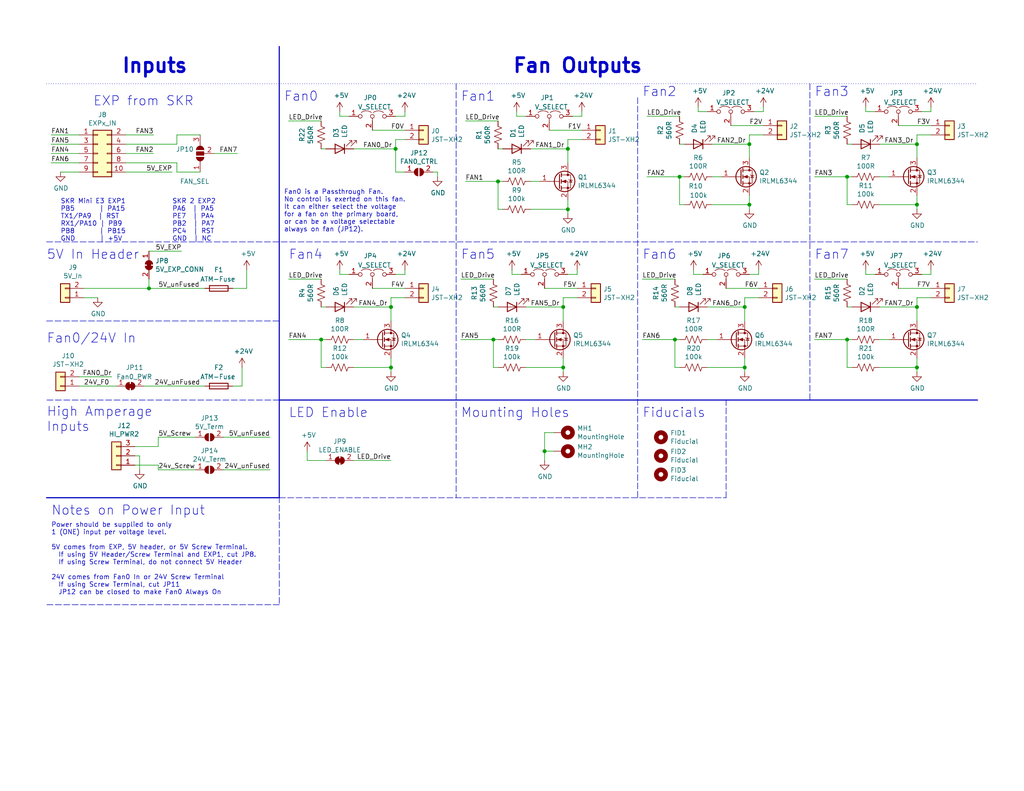
<source format=kicad_sch>
(kicad_sch (version 20211123) (generator eeschema)
  (paper "A")
  (title_block (title "SKR Fan Expander") (date "2022-01-16") (rev "V1.0.1") (company "Voron Design") (comment 1 "Drawn by Dotdash32 (JDeW)"))
  (lib_symbols
    (symbol "Connector_Generic:Conn_01x02" (pin_names (offset 1.016) hide)
      (property "Reference" "J" (at 0 2.54 0))
      (property "Value" "Conn_01x02" (at 0 -5.08 0))
      (symbol "Conn_01x02_1_1"
        (rectangle (start -1.27 -2.413) (end 0 -2.667) (stroke (width 0.1524)))
        (rectangle (start -1.27 0.127) (end 0 -0.127) (stroke (width 0.1524)))
        (rectangle (start -1.27 1.27) (end 1.27 -3.81) (stroke (width 0.254)) (fill (type background)))
        (pin passive line (at -5.08 0 0) (length 3.81) (name "Pin_1") (number "1"))
        (pin passive line (at -5.08 -2.54 0) (length 3.81) (name "Pin_2") (number "2"))
      )
    )
    (symbol "Connector_Generic:Conn_01x03" (pin_names (offset 1.016) hide)
      (property "Reference" "J" (at 0 5.08 0))
      (property "Value" "Conn_01x03" (at 0 -5.08 0))
      (symbol "Conn_01x03_1_1"
        (rectangle (start -1.27 -2.413) (end 0 -2.667) (stroke (width 0.1524)))
        (rectangle (start -1.27 0.127) (end 0 -0.127) (stroke (width 0.1524)))
        (rectangle (start -1.27 2.667) (end 0 2.413) (stroke (width 0.1524)))
        (rectangle (start -1.27 3.81) (end 1.27 -3.81) (stroke (width 0.254)) (fill (type background)))
        (pin passive line (at -5.08 2.54 0) (length 3.81) (name "Pin_1") (number "1"))
        (pin passive line (at -5.08 0 0) (length 3.81) (name "Pin_2") (number "2"))
        (pin passive line (at -5.08 -2.54 0) (length 3.81) (name "Pin_3") (number "3"))
      )
    )
    (symbol "Connector_Generic:Conn_02x05_Odd_Even" (pin_names (offset 1.016) hide)
      (property "Reference" "J" (at 1.27 7.62 0))
      (property "Value" "Conn_02x05_Odd_Even" (at 1.27 -7.62 0))
      (symbol "Conn_02x05_Odd_Even_1_1"
        (rectangle (start -1.27 -4.953) (end 0 -5.207) (stroke (width 0.1524)))
        (rectangle (start -1.27 -2.413) (end 0 -2.667) (stroke (width 0.1524)))
        (rectangle (start -1.27 0.127) (end 0 -0.127) (stroke (width 0.1524)))
        (rectangle (start -1.27 2.667) (end 0 2.413) (stroke (width 0.1524)))
        (rectangle (start -1.27 5.207) (end 0 4.953) (stroke (width 0.1524)))
        (rectangle (start -1.27 6.35) (end 3.81 -6.35) (stroke (width 0.254)) (fill (type background)))
        (rectangle (start 3.81 -4.953) (end 2.54 -5.207) (stroke (width 0.1524)))
        (rectangle (start 3.81 -2.413) (end 2.54 -2.667) (stroke (width 0.1524)))
        (rectangle (start 3.81 0.127) (end 2.54 -0.127) (stroke (width 0.1524)))
        (rectangle (start 3.81 2.667) (end 2.54 2.413) (stroke (width 0.1524)))
        (rectangle (start 3.81 5.207) (end 2.54 4.953) (stroke (width 0.1524)))
        (pin passive line (at -5.08 5.08 0) (length 3.81) (name "Pin_1") (number "1"))
        (pin passive line (at 7.62 -5.08 180) (length 3.81) (name "Pin_10") (number "10"))
        (pin passive line (at 7.62 5.08 180) (length 3.81) (name "Pin_2") (number "2"))
        (pin passive line (at -5.08 2.54 0) (length 3.81) (name "Pin_3") (number "3"))
        (pin passive line (at 7.62 2.54 180) (length 3.81) (name "Pin_4") (number "4"))
        (pin passive line (at -5.08 0 0) (length 3.81) (name "Pin_5") (number "5"))
        (pin passive line (at 7.62 0 180) (length 3.81) (name "Pin_6") (number "6"))
        (pin passive line (at -5.08 -2.54 0) (length 3.81) (name "Pin_7") (number "7"))
        (pin passive line (at 7.62 -2.54 180) (length 3.81) (name "Pin_8") (number "8"))
        (pin passive line (at -5.08 -5.08 0) (length 3.81) (name "Pin_9") (number "9"))
      )
    )
    (symbol "Device:Fuse" (pin_numbers hide) (pin_names (offset 0))
      (property "Reference" "F" (at 2.032 0 90))
      (property "Value" "Fuse" (at -1.905 0 90))
      (symbol "Fuse_0_1"
        (rectangle (start -0.762 -2.54) (end 0.762 2.54) (stroke (width 0.254)))
        (polyline (pts (xy 0 2.54) (xy 0 -2.54)))
      )
      (symbol "Fuse_1_1"
        (pin passive line (at 0 3.81 270) (length 1.27) (name "~") (number "1"))
        (pin passive line (at 0 -3.81 90) (length 1.27) (name "~") (number "2"))
      )
    )
    (symbol "Device:LED" (pin_numbers hide) (pin_names (offset 1.016) hide)
      (property "Reference" "D" (at 0 2.54 0))
      (property "Value" "LED" (at 0 -2.54 0))
      (symbol "LED_0_1"
        (polyline (pts (xy -1.27 -1.27) (xy -1.27 1.27)) (stroke (width 0.254)))
        (polyline (pts (xy -1.27 0) (xy 1.27 0)))
        (polyline (pts (xy 1.27 -1.27) (xy 1.27 1.27) (xy -1.27 0) (xy 1.27 -1.27)) (stroke (width 0.254)))
        (polyline (pts (xy -3.048 -0.762) (xy -4.572 -2.286) (xy -3.81 -2.286) (xy -4.572 -2.286) (xy -4.572 -1.524)))
        (polyline (pts (xy -1.778 -0.762) (xy -3.302 -2.286) (xy -2.54 -2.286) (xy -3.302 -2.286) (xy -3.302 -1.524)))
      )
      (symbol "LED_1_1"
        (pin passive line (at -3.81 0 0) (length 2.54) (name "K") (number "1"))
        (pin passive line (at 3.81 0 180) (length 2.54) (name "A") (number "2"))
      )
    )
    (symbol "Device:Q_NMOS_GSD" (pin_names (offset 0) hide)
      (property "Reference" "Q" (at 5.08 1.27 0))
      (property "Value" "Q_NMOS_GSD" (at 5.08 -1.27 0))
      (symbol "Q_NMOS_GSD_0_1"
        (polyline (pts (xy 0.254 0) (xy -2.54 0)))
        (polyline (pts (xy 0.254 1.905) (xy 0.254 -1.905)) (stroke (width 0.254)))
        (polyline (pts (xy 0.762 -1.27) (xy 0.762 -2.286)) (stroke (width 0.254)))
        (polyline (pts (xy 0.762 0.508) (xy 0.762 -0.508)) (stroke (width 0.254)))
        (polyline (pts (xy 0.762 2.286) (xy 0.762 1.27)) (stroke (width 0.254)))
        (polyline (pts (xy 2.54 2.54) (xy 2.54 1.778)))
        (polyline (pts (xy 2.54 -2.54) (xy 2.54 0) (xy 0.762 0)))
        (polyline (pts (xy 0.762 -1.778) (xy 3.302 -1.778) (xy 3.302 1.778) (xy 0.762 1.778)))
        (polyline (pts (xy 1.016 0) (xy 2.032 0.381) (xy 2.032 -0.381) (xy 1.016 0)) (fill (type outline)))
        (polyline (pts (xy 2.794 0.508) (xy 2.921 0.381) (xy 3.683 0.381) (xy 3.81 0.254)))
        (polyline (pts (xy 3.302 0.381) (xy 2.921 -0.254) (xy 3.683 -0.254) (xy 3.302 0.381)))
        (circle (center 1.651 0) (radius 2.794) (stroke (width 0.254)))
        (circle (center 2.54 -1.778) (radius 0.254) (fill (type outline)))
        (circle (center 2.54 1.778) (radius 0.254) (fill (type outline)))
      )
      (symbol "Q_NMOS_GSD_1_1"
        (pin input line (at -5.08 0 0) (length 2.54) (name "G") (number "1"))
        (pin passive line (at 2.54 -5.08 90) (length 2.54) (name "S") (number "2"))
        (pin passive line (at 2.54 5.08 270) (length 2.54) (name "D") (number "3"))
      )
    )
    (symbol "Device:R_US" (pin_numbers hide) (pin_names (offset 0))
      (property "Reference" "R" (at 2.54 0 90))
      (property "Value" "R_US" (at -2.54 0 90))
      (symbol "R_US_0_1"
        (polyline (pts (xy 0 -2.286) (xy 0 -2.54)))
        (polyline (pts (xy 0 2.286) (xy 0 2.54)))
        (polyline (pts (xy 0 -0.762) (xy 1.016 -1.143) (xy 0 -1.524) (xy -1.016 -1.905) (xy 0 -2.286)))
        (polyline (pts (xy 0 0.762) (xy 1.016 0.381) (xy 0 0) (xy -1.016 -0.381) (xy 0 -0.762)))
        (polyline (pts (xy 0 2.286) (xy 1.016 1.905) (xy 0 1.524) (xy -1.016 1.143) (xy 0 0.762)))
      )
      (symbol "R_US_1_1"
        (pin passive line (at 0 3.81 270) (length 1.27) (name "~") (number "1"))
        (pin passive line (at 0 -3.81 90) (length 1.27) (name "~") (number "2"))
      )
    )
    (symbol "Jumper:Jumper_3_Open" (pin_names (offset 0) hide)
      (property "Reference" "JP" (at -2.54 -2.54 0))
      (property "Value" "Jumper_3_Open" (at 0 2.794 0))
      (symbol "Jumper_3_Open_0_0"
        (circle (center -3.302 0) (radius 0.508))
        (circle (center 0 0) (radius 0.508))
        (circle (center 3.302 0) (radius 0.508))
      )
      (symbol "Jumper_3_Open_0_1"
        (arc (start -0.254 1.016) (mid -1.651 1.4992) (end -3.048 1.016))
        (polyline (pts (xy 0 -0.508) (xy 0 -1.27)))
        (arc (start 3.048 1.016) (mid 1.651 1.4992) (end 0.254 1.016))
      )
      (symbol "Jumper_3_Open_1_1"
        (pin passive line (at -6.35 0 0) (length 2.54) (name "A") (number "1"))
        (pin input line (at 0 -3.81 90) (length 2.54) (name "C") (number "2"))
        (pin passive line (at 6.35 0 180) (length 2.54) (name "B") (number "3"))
      )
    )
    (symbol "Jumper:SolderJumper_2_Bridged" (pin_names (offset 0) hide)
      (property "Reference" "JP" (at 0 2.032 0))
      (property "Value" "SolderJumper_2_Bridged" (at 0 -2.54 0))
      (symbol "SolderJumper_2_Bridged_0_1"
        (rectangle (start -0.508 0.508) (end 0.508 -0.508) (fill (type outline)))
        (arc (start -0.254 1.016) (mid -1.27 0) (end -0.254 -1.016))
        (arc (start -0.254 1.016) (mid -1.27 0) (end -0.254 -1.016) (fill (type outline)))
        (polyline (pts (xy -0.254 1.016) (xy -0.254 -1.016)))
        (polyline (pts (xy 0.254 1.016) (xy 0.254 -1.016)))
        (arc (start 0.254 -1.016) (mid 1.27 0) (end 0.254 1.016))
        (arc (start 0.254 -1.016) (mid 1.27 0) (end 0.254 1.016) (fill (type outline)))
      )
      (symbol "SolderJumper_2_Bridged_1_1"
        (pin passive line (at -3.81 0 0) (length 2.54) (name "A") (number "1"))
        (pin passive line (at 3.81 0 180) (length 2.54) (name "B") (number "2"))
      )
    )
    (symbol "Jumper:SolderJumper_2_Open" (pin_names (offset 0) hide)
      (property "Reference" "JP" (at 0 2.032 0))
      (property "Value" "SolderJumper_2_Open" (at 0 -2.54 0))
      (symbol "SolderJumper_2_Open_0_1"
        (arc (start -0.254 1.016) (mid -1.27 0) (end -0.254 -1.016))
        (arc (start -0.254 1.016) (mid -1.27 0) (end -0.254 -1.016) (fill (type outline)))
        (polyline (pts (xy -0.254 1.016) (xy -0.254 -1.016)))
        (polyline (pts (xy 0.254 1.016) (xy 0.254 -1.016)))
        (arc (start 0.254 -1.016) (mid 1.27 0) (end 0.254 1.016))
        (arc (start 0.254 -1.016) (mid 1.27 0) (end 0.254 1.016) (fill (type outline)))
      )
      (symbol "SolderJumper_2_Open_1_1"
        (pin passive line (at -3.81 0 0) (length 2.54) (name "A") (number "1"))
        (pin passive line (at 3.81 0 180) (length 2.54) (name "B") (number "2"))
      )
    )
    (symbol "Jumper:SolderJumper_3_Open" (pin_names (offset 0) hide)
      (property "Reference" "JP" (at -2.54 -2.54 0))
      (property "Value" "SolderJumper_3_Open" (at 0 2.794 0))
      (symbol "SolderJumper_3_Open_0_1"
        (arc (start -1.016 1.016) (mid -2.032 0) (end -1.016 -1.016))
        (arc (start -1.016 1.016) (mid -2.032 0) (end -1.016 -1.016) (fill (type outline)))
        (rectangle (start -0.508 1.016) (end 0.508 -1.016) (fill (type outline)))
        (polyline (pts (xy -2.54 0) (xy -2.032 0)))
        (polyline (pts (xy -1.016 1.016) (xy -1.016 -1.016)))
        (polyline (pts (xy 0 -1.27) (xy 0 -1.016)))
        (polyline (pts (xy 1.016 1.016) (xy 1.016 -1.016)))
        (polyline (pts (xy 2.54 0) (xy 2.032 0)))
        (arc (start 1.016 -1.016) (mid 2.032 0) (end 1.016 1.016))
        (arc (start 1.016 -1.016) (mid 2.032 0) (end 1.016 1.016) (fill (type outline)))
      )
      (symbol "SolderJumper_3_Open_1_1"
        (pin passive line (at -5.08 0 0) (length 2.54) (name "A") (number "1"))
        (pin input line (at 0 -3.81 90) (length 2.54) (name "C") (number "2"))
        (pin passive line (at 5.08 0 180) (length 2.54) (name "B") (number "3"))
      )
    )
    (symbol "Mechanical:MountingHole" (pin_names (offset 1.016))
      (property "Reference" "H" (at 0 5.08 0))
      (property "Value" "MountingHole" (at 0 3.175 0))
      (symbol "MountingHole_0_1"
        (circle (center 0 0) (radius 1.27) (stroke (width 1.27)))
      )
    )
    (symbol "Mechanical:MountingHole_Pad" (pin_numbers hide) (pin_names (offset 1.016) hide)
      (property "Reference" "H" (at 0 6.35 0))
      (property "Value" "MountingHole_Pad" (at 0 4.445 0))
      (symbol "MountingHole_Pad_0_1"
        (circle (center 0 1.27) (radius 1.27) (stroke (width 1.27)))
      )
      (symbol "MountingHole_Pad_1_1"
        (pin input line (at 0 -2.54 90) (length 2.54) (name "1") (number "1"))
      )
    )
    (symbol "power:+24V" (power) (pin_names (offset 0))
      (property "Value" "+24V" (at 0 3.556 0))
      (symbol "+24V_0_1"
        (polyline (pts (xy -0.762 1.27) (xy 0 2.54)))
        (polyline (pts (xy 0 0) (xy 0 2.54)))
        (polyline (pts (xy 0 2.54) (xy 0.762 1.27)))
      )
      (symbol "+24V_1_1"
        (pin power_in line (at 0 0 90) (length 0) hide (name "+24V") (number "1"))
      )
    )
    (symbol "power:+5V" (power) (pin_names (offset 0))
      (property "Value" "+5V" (at 0 3.556 0))
      (symbol "+5V_0_1"
        (polyline (pts (xy -0.762 1.27) (xy 0 2.54)))
        (polyline (pts (xy 0 0) (xy 0 2.54)))
        (polyline (pts (xy 0 2.54) (xy 0.762 1.27)))
      )
      (symbol "+5V_1_1"
        (pin power_in line (at 0 0 90) (length 0) hide (name "+5V") (number "1"))
      )
    )
    (symbol "power:GND" (power) (pin_names (offset 0))
      (property "Value" "GND" (at 0 -3.81 0))
      (symbol "GND_0_1"
        (polyline (pts (xy 0 0) (xy 0 -1.27) (xy 1.27 -1.27) (xy 0 -2.54) (xy -1.27 -1.27) (xy 0 -1.27)))
      )
      (symbol "GND_1_1"
        (pin power_in line (at 0 0 270) (length 0) hide (name "GND") (number "1"))
      )
    )
  )
  (junction (at 250.19 55.88))
  (junction (at 203.2 83.82))
  (junction (at 135.89 49.53))
  (junction (at 203.2 100.33))
  (junction (at 148.59 123.19))
  (junction (at 154.94 57.15))
  (junction (at 184.15 92.71))
  (junction (at 250.19 100.33))
  (junction (at 153.67 100.33))
  (junction (at 40.64 78.74))
  (junction (at 106.68 100.33))
  (junction (at 107.95 40.64))
  (junction (at 87.63 92.71))
  (junction (at 250.19 83.82))
  (junction (at 231.14 48.26))
  (junction (at 154.94 40.64))
  (junction (at 204.47 55.88))
  (junction (at 153.67 83.82))
  (junction (at 185.42 48.26))
  (junction (at 250.19 39.37))
  (junction (at 204.47 39.37))
  (junction (at 134.62 92.71))
  (junction (at 231.14 92.71))
  (junction (at 106.68 83.82))
  (wire (pts (xy 254 36.83) (xy 250.19 36.83)))
  (wire (pts (xy 39.37 105.41) (xy 55.88 105.41)))
  (wire (pts (xy 119.38 46.99) (xy 119.38 48.26)))
  (wire (pts (xy 95.25 74.93) (xy 92.71 74.93)))
  (wire (pts (xy 92.71 30.48) (xy 92.71 31.75)))
  (wire (pts (xy 203.2 97.79) (xy 203.2 100.33)))
  (wire (pts (xy 190.5 29.21) (xy 190.5 30.48)))
  (wire (pts (xy 153.67 83.82) (xy 153.67 87.63)))
  (wire (pts (xy 158.75 31.75) (xy 158.75 30.48)))
  (wire (pts (xy 87.63 92.71) (xy 78.74 92.71)))
  (wire (pts (xy 232.41 39.37) (xy 231.14 39.37)))
  (wire (pts (xy 87.63 33.02) (xy 78.74 33.02)))
  (wire (pts (xy 254 30.48) (xy 254 29.21)))
  (wire (pts (xy 135.89 49.53) (xy 135.89 57.15)))
  (wire (pts (xy 240.03 92.71) (xy 242.57 92.71)))
  (wire (pts (xy 156.21 31.75) (xy 158.75 31.75)))
  (wire (pts (xy 135.89 49.53) (xy 127 49.53)))
  (wire (pts (xy 175.26 76.2) (xy 184.15 76.2)))
  (wire (pts (xy 34.29 41.91) (xy 41.91 41.91)))
  (wire (pts (xy 96.52 40.64) (xy 107.95 40.64)))
  (wire (pts (xy 34.29 44.45) (xy 48.26 44.45)))
  (wire (pts (xy 184.15 92.71) (xy 184.15 100.33)))
  (wire (pts (xy 137.16 49.53) (xy 135.89 49.53)))
  (wire (pts (xy 144.78 57.15) (xy 154.94 57.15)))
  (polyline (pts (xy 76.2 135.89) (xy 198.12 135.89)))
  (wire (pts (xy 153.67 97.79) (xy 153.67 100.33)))
  (wire (pts (xy 36.83 127) (xy 43.18 127)))
  (wire (pts (xy 48.26 46.99) (xy 54.61 46.99)))
  (wire (pts (xy 157.48 74.93) (xy 157.48 73.66)))
  (wire (pts (xy 203.2 100.33) (xy 203.2 101.6)))
  (wire (pts (xy 148.59 125.73) (xy 148.59 123.19)))
  (wire (pts (xy 137.16 40.64) (xy 135.89 40.64)))
  (wire (pts (xy 88.9 100.33) (xy 87.63 100.33)))
  (wire (pts (xy 185.42 31.75) (xy 176.53 31.75)))
  (wire (pts (xy 135.89 83.82) (xy 134.62 83.82)))
  (wire (pts (xy 148.59 118.11) (xy 148.59 123.19)))
  (wire (pts (xy 154.94 74.93) (xy 157.48 74.93)))
  (wire (pts (xy 36.83 121.92) (xy 43.18 121.92)))
  (wire (pts (xy 240.03 55.88) (xy 250.19 55.88)))
  (wire (pts (xy 64.77 41.91) (xy 58.42 41.91)))
  (wire (pts (xy 232.41 55.88) (xy 231.14 55.88)))
  (wire (pts (xy 184.15 92.71) (xy 175.26 92.71)))
  (wire (pts (xy 185.42 48.26) (xy 186.69 48.26)))
  (wire (pts (xy 185.42 55.88) (xy 185.42 48.26)))
  (wire (pts (xy 251.46 30.48) (xy 254 30.48)))
  (wire (pts (xy 250.19 81.28) (xy 250.19 83.82)))
  (wire (pts (xy 96.52 125.73) (xy 106.68 125.73)))
  (wire (pts (xy 139.7 73.66) (xy 139.7 74.93)))
  (wire (pts (xy 140.97 31.75) (xy 143.51 31.75)))
  (wire (pts (xy 207.01 74.93) (xy 207.01 73.66)))
  (wire (pts (xy 110.49 38.1) (xy 107.95 38.1)))
  (wire (pts (xy 231.14 48.26) (xy 222.25 48.26)))
  (wire (pts (xy 250.19 55.88) (xy 250.19 57.15)))
  (polyline (pts (xy 124.46 22.86) (xy 124.46 135.89)))
  (wire (pts (xy 185.42 92.71) (xy 184.15 92.71)))
  (wire (pts (xy 21.59 102.87) (xy 30.48 102.87)))
  (wire (pts (xy 134.62 100.33) (xy 135.89 100.33)))
  (wire (pts (xy 107.95 74.93) (xy 110.49 74.93)))
  (wire (pts (xy 110.49 31.75) (xy 110.49 30.48)))
  (wire (pts (xy 157.48 81.28) (xy 153.67 81.28)))
  (wire (pts (xy 49.53 68.58) (xy 40.64 68.58)))
  (wire (pts (xy 125.73 76.2) (xy 134.62 76.2)))
  (wire (pts (xy 231.14 100.33) (xy 232.41 100.33)))
  (wire (pts (xy 153.67 81.28) (xy 153.67 83.82)))
  (wire (pts (xy 236.22 29.21) (xy 236.22 30.48)))
  (wire (pts (xy 186.69 39.37) (xy 185.42 39.37)))
  (wire (pts (xy 251.46 74.93) (xy 254 74.93)))
  (wire (pts (xy 134.62 92.71) (xy 125.73 92.71)))
  (wire (pts (xy 63.5 78.74) (xy 67.31 78.74)))
  (wire (pts (xy 87.63 40.64) (xy 88.9 40.64)))
  (wire (pts (xy 240.03 48.26) (xy 242.57 48.26)))
  (wire (pts (xy 250.19 83.82) (xy 250.19 87.63)))
  (wire (pts (xy 232.41 92.71) (xy 231.14 92.71)))
  (wire (pts (xy 240.03 83.82) (xy 250.19 83.82)))
  (wire (pts (xy 135.89 92.71) (xy 134.62 92.71)))
  (wire (pts (xy 222.25 76.2) (xy 231.14 76.2)))
  (wire (pts (xy 208.28 36.83) (xy 204.47 36.83)))
  (wire (pts (xy 21.59 41.91) (xy 13.97 41.91)))
  (wire (pts (xy 154.94 38.1) (xy 154.94 40.64)))
  (wire (pts (xy 143.51 83.82) (xy 153.67 83.82)))
  (wire (pts (xy 21.59 39.37) (xy 13.97 39.37)))
  (wire (pts (xy 60.96 128.27) (xy 73.66 128.27)))
  (wire (pts (xy 106.68 81.28) (xy 106.68 83.82)))
  (wire (pts (xy 204.47 39.37) (xy 204.47 43.18)))
  (wire (pts (xy 205.74 30.48) (xy 208.28 30.48)))
  (wire (pts (xy 83.82 125.73) (xy 83.82 123.19)))
  (wire (pts (xy 96.52 83.82) (xy 106.68 83.82)))
  (wire (pts (xy 107.95 31.75) (xy 110.49 31.75)))
  (wire (pts (xy 34.29 36.83) (xy 41.91 36.83)))
  (wire (pts (xy 199.39 34.29) (xy 208.28 34.29)))
  (wire (pts (xy 107.95 38.1) (xy 107.95 40.64)))
  (wire (pts (xy 96.52 100.33) (xy 106.68 100.33)))
  (wire (pts (xy 96.52 92.71) (xy 99.06 92.71)))
  (wire (pts (xy 48.26 36.83) (xy 54.61 36.83)))
  (wire (pts (xy 73.66 119.38) (xy 60.96 119.38)))
  (wire (pts (xy 148.59 123.19) (xy 151.13 123.19)))
  (wire (pts (xy 189.23 73.66) (xy 189.23 74.93)))
  (wire (pts (xy 92.71 74.93) (xy 92.71 73.66)))
  (wire (pts (xy 118.11 46.99) (xy 119.38 46.99)))
  (wire (pts (xy 250.19 97.79) (xy 250.19 100.33)))
  (wire (pts (xy 250.19 39.37) (xy 250.19 43.18)))
  (wire (pts (xy 16.51 46.99) (xy 21.59 46.99)))
  (wire (pts (xy 43.18 119.38) (xy 53.34 119.38)))
  (wire (pts (xy 38.1 128.27) (xy 38.1 124.46)))
  (wire (pts (xy 34.29 39.37) (xy 48.26 39.37)))
  (wire (pts (xy 127 33.02) (xy 135.89 33.02)))
  (wire (pts (xy 193.04 92.71) (xy 195.58 92.71)))
  (wire (pts (xy 43.18 127) (xy 43.18 128.27)))
  (wire (pts (xy 186.69 55.88) (xy 185.42 55.88)))
  (wire (pts (xy 231.14 92.71) (xy 231.14 100.33)))
  (wire (pts (xy 204.47 55.88) (xy 204.47 57.15)))
  (wire (pts (xy 22.86 78.74) (xy 40.64 78.74)))
  (wire (pts (xy 110.49 74.93) (xy 110.49 73.66)))
  (polyline (pts (xy 198.12 135.89) (xy 198.12 109.22)))
  (wire (pts (xy 231.14 48.26) (xy 231.14 55.88)))
  (wire (pts (xy 232.41 48.26) (xy 231.14 48.26)))
  (wire (pts (xy 240.03 100.33) (xy 250.19 100.33)))
  (wire (pts (xy 88.9 125.73) (xy 83.82 125.73)))
  (wire (pts (xy 110.49 81.28) (xy 106.68 81.28)))
  (polyline (pts (xy 12.7 66.04) (xy 266.7 66.04)))
  (wire (pts (xy 153.67 100.33) (xy 153.67 101.6)))
  (wire (pts (xy 232.41 83.82) (xy 231.14 83.82)))
  (wire (pts (xy 78.74 76.2) (xy 87.63 76.2)))
  (wire (pts (xy 250.19 100.33) (xy 250.19 101.6)))
  (wire (pts (xy 26.67 81.28) (xy 22.86 81.28)))
  (wire (pts (xy 198.12 78.74) (xy 207.01 78.74)))
  (wire (pts (xy 143.51 92.71) (xy 146.05 92.71)))
  (polyline (pts (xy 76.2 12.7) (xy 76.2 135.89)) (stroke (width 0.3048) (type solid)))
  (wire (pts (xy 240.03 39.37) (xy 250.19 39.37)))
  (wire (pts (xy 236.22 73.66) (xy 236.22 74.93)))
  (wire (pts (xy 48.26 44.45) (xy 48.26 46.99)))
  (wire (pts (xy 34.29 46.99) (xy 46.99 46.99)))
  (wire (pts (xy 144.78 40.64) (xy 154.94 40.64)))
  (wire (pts (xy 134.62 92.71) (xy 134.62 100.33)))
  (wire (pts (xy 106.68 97.79) (xy 106.68 100.33)))
  (wire (pts (xy 43.18 121.92) (xy 43.18 119.38)))
  (wire (pts (xy 92.71 31.75) (xy 95.25 31.75)))
  (wire (pts (xy 88.9 92.71) (xy 87.63 92.71)))
  (wire (pts (xy 184.15 100.33) (xy 185.42 100.33)))
  (wire (pts (xy 245.11 34.29) (xy 254 34.29)))
  (wire (pts (xy 13.97 44.45) (xy 21.59 44.45)))
  (wire (pts (xy 154.94 57.15) (xy 154.94 58.42)))
  (wire (pts (xy 158.75 38.1) (xy 154.94 38.1)))
  (wire (pts (xy 254 74.93) (xy 254 73.66)))
  (wire (pts (xy 140.97 30.48) (xy 140.97 31.75)))
  (wire (pts (xy 250.19 53.34) (xy 250.19 55.88)))
  (polyline (pts (xy 173.99 26.67) (xy 173.99 135.89)))
  (wire (pts (xy 149.86 35.56) (xy 158.75 35.56)))
  (wire (pts (xy 139.7 74.93) (xy 142.24 74.93)))
  (wire (pts (xy 151.13 118.11) (xy 148.59 118.11)))
  (wire (pts (xy 87.63 92.71) (xy 87.63 100.33)))
  (wire (pts (xy 63.5 105.41) (xy 66.04 105.41)))
  (wire (pts (xy 193.04 100.33) (xy 203.2 100.33)))
  (wire (pts (xy 176.53 48.26) (xy 185.42 48.26)))
  (wire (pts (xy 40.64 78.74) (xy 40.64 76.2)))
  (wire (pts (xy 203.2 83.82) (xy 203.2 87.63)))
  (wire (pts (xy 48.26 39.37) (xy 48.26 36.83)))
  (wire (pts (xy 101.6 78.74) (xy 110.49 78.74)))
  (wire (pts (xy 148.59 78.74) (xy 157.48 78.74)))
  (wire (pts (xy 185.42 83.82) (xy 184.15 83.82)))
  (wire (pts (xy 236.22 74.93) (xy 238.76 74.93)))
  (wire (pts (xy 107.95 46.99) (xy 110.49 46.99)))
  (wire (pts (xy 254 81.28) (xy 250.19 81.28)))
  (polyline (pts (xy 76.2 165.1) (xy 12.7 165.1)))
  (wire (pts (xy 66.04 105.41) (xy 66.04 100.33)))
  (wire (pts (xy 135.89 57.15) (xy 137.16 57.15)))
  (wire (pts (xy 88.9 83.82) (xy 87.63 83.82)))
  (polyline (pts (xy 76.2 135.89) (xy 12.7 135.89)) (stroke (width 0.3048) (type solid)))
  (wire (pts (xy 203.2 81.28) (xy 203.2 83.82)))
  (wire (pts (xy 194.31 48.26) (xy 196.85 48.26)))
  (polyline (pts (xy 76.2 109.22) (xy 266.7 109.22)) (stroke (width 0.3048) (type solid)))
  (wire (pts (xy 245.11 78.74) (xy 254 78.74)))
  (wire (pts (xy 231.14 92.71) (xy 222.25 92.71)))
  (polyline (pts (xy 76.2 133.35) (xy 76.2 165.1)))
  (wire (pts (xy 40.64 78.74) (xy 55.88 78.74)))
  (wire (pts (xy 204.47 74.93) (xy 207.01 74.93)))
  (wire (pts (xy 204.47 53.34) (xy 204.47 55.88)))
  (wire (pts (xy 143.51 100.33) (xy 153.67 100.33)))
  (wire (pts (xy 189.23 74.93) (xy 191.77 74.93)))
  (wire (pts (xy 204.47 36.83) (xy 204.47 39.37)))
  (wire (pts (xy 36.83 124.46) (xy 38.1 124.46)))
  (wire (pts (xy 144.78 49.53) (xy 147.32 49.53)))
  (wire (pts (xy 107.95 40.64) (xy 107.95 46.99)))
  (wire (pts (xy 154.94 54.61) (xy 154.94 57.15)))
  (polyline (pts (xy 12.7 87.63) (xy 76.2 87.63)))
  (wire (pts (xy 43.18 128.27) (xy 53.34 128.27)))
  (wire (pts (xy 231.14 31.75) (xy 222.25 31.75)))
  (wire (pts (xy 106.68 100.33) (xy 106.68 101.6)))
  (wire (pts (xy 250.19 36.83) (xy 250.19 39.37)))
  (wire (pts (xy 13.97 36.83) (xy 21.59 36.83)))
  (wire (pts (xy 154.94 40.64) (xy 154.94 44.45)))
  (wire (pts (xy 101.6 35.56) (xy 110.49 35.56)))
  (wire (pts (xy 106.68 83.82) (xy 106.68 87.63)))
  (wire (pts (xy 190.5 30.48) (xy 193.04 30.48)))
  (wire (pts (xy 208.28 30.48) (xy 208.28 29.21)))
  (polyline (pts (xy 12.7 22.86) (xy 266.7 22.86)) (stroke (width 0) (type dot)))
  (wire (pts (xy 194.31 55.88) (xy 204.47 55.88)))
  (wire (pts (xy 193.04 83.82) (xy 203.2 83.82)))
  (polyline (pts (xy 76.2 109.22) (xy 12.7 109.22)))
  (wire (pts (xy 194.31 39.37) (xy 204.47 39.37)))
  (wire (pts (xy 207.01 81.28) (xy 203.2 81.28)))
  (polyline (pts (xy 220.98 22.86) (xy 220.98 109.22)))
  (wire (pts (xy 67.31 78.74) (xy 67.31 73.66)))
  (wire (pts (xy 236.22 30.48) (xy 238.76 30.48)))
  (wire (pts (xy 21.59 105.41) (xy 31.75 105.41)))
  (text "EXP from SKR" (at 25.4 29.21 0) (effects (font (size 2.54 2.54)) (justify left bottom)))
  (text "Fan1" (at 125.73 27.94 0) (effects (font (size 2.54 2.54)) (justify left bottom)))
  (text "Fan0 is a Passthrough Fan.\nNo control is exerted on this fan.\nIt can either select the voltage \nfor a fan on the primary board,\nor can be a voltage selectable \nalways on fan (JP12)." (at 77.47 63.5 0) (effects (font (size 1.27 1.27)) (justify left bottom)))
  (text "Fan0/24V In" (at 12.7 93.98 0) (effects (font (size 2.54 2.54)) (justify left bottom)))
  (text "Fan7" (at 222.25 71.12 0) (effects (font (size 2.54 2.54)) (justify left bottom)))
  (text "5V In Header" (at 12.7 71.12 0) (effects (font (size 2.54 2.54)) (justify left bottom)))
  (text "SKR 2 EXP2\nPA6  | PA5\nPE7  | PA4\nPB2  | PA7\nPC4  | RST\nGND  | NC" (at 46.99 66.04 0) (effects (font (size 1.27 1.27)) (justify left bottom)))
  (text "Fan5" (at 125.73 71.12 0) (effects (font (size 2.54 2.54)) (justify left bottom)))
  (text "Mounting Holes" (at 125.73 114.3 0) (effects (font (size 2.54 2.54)) (justify left bottom)))
  (text "Notes on Power Input" (at 13.97 140.97 0) (effects (font (size 2.54 2.54)) (justify left bottom)))
  (text "Fan Outputs" (at 139.7 20.32 0) (effects (font (size 3.81 3.81) (thickness 0.762) bold) (justify left bottom)))
  (text "LED Enable" (at 78.74 114.3 0) (effects (font (size 2.54 2.54)) (justify left bottom)))
  (text "Fan3" (at 222.25 26.67 0) (effects (font (size 2.54 2.54)) (justify left bottom)))
  (text "Fiducials" (at 175.26 114.3 0) (effects (font (size 2.54 2.54)) (justify left bottom)))
  (text "Fan0" (at 77.47 27.94 0) (effects (font (size 2.54 2.54)) (justify left bottom)))
  (text "SKR Mini E3 EXP1\nPB5       | PA15\nTX1/PA9  | RST\nRX1/PA10 | PB9\nPB8       | PB15\nGND       | +5V" (at 16.51 66.04 0) (effects (font (size 1.27 1.27)) (justify left bottom)))
  (text "High Amperage\nInputs" (at 12.7 118.11 0) (effects (font (size 2.54 2.54)) (justify left bottom)))
  (text "Fan4" (at 78.74 71.12 0) (effects (font (size 2.54 2.54)) (justify left bottom)))
  (text "Inputs" (at 33.02 20.32 0) (effects (font (size 3.81 3.81) (thickness 0.762) bold) (justify left bottom)))
  (text "Fan6" (at 175.26 71.12 0) (effects (font (size 2.54 2.54)) (justify left bottom)))
  (text "Fan2" (at 175.26 26.67 0) (effects (font (size 2.54 2.54)) (justify left bottom)))
  (text "Power should be supplied to only \n1 (ONE) input per voltage level.\n\n5V comes from EXP, 5V header, or 5V Screw Terminal.\n  If using 5V Header/Screw Terminal and EXP1, cut JP8.\n  If using Screw Terminal, do not connect 5V Header\n\n24V comes from Fan0 In or 24V Screw Terminal\n  If using Screw Terminal, cut JP11\n  JP12 can be closed to make Fan0 Always On" (at 13.97 162.56 0) (effects (font (size 1.27 1.27)) (justify left bottom)))
  (label "LED_Drive" (at 78.74 76.2 0))
  (label "5V_unFused" (at 73.66 119.38 180))
  (label "F7V" (at 250.19 78.74 0))
  (label "FAN3_Dr" (at 241.3 39.37 0))
  (label "FAN7_Dr" (at 241.3 83.82 0))
  (label "FAN3" (at 222.25 48.26 0))
  (label "FAN0_Dr" (at 99.06 40.64 0))
  (label "LED_Drive" (at 106.68 125.73 180))
  (label "5V_EXP" (at 49.53 68.58 180))
  (label "24v_Screw" (at 43.18 128.27 0))
  (label "F3V" (at 250.19 34.29 0))
  (label "FAN7" (at 222.25 92.71 0))
  (label "FAN2" (at 41.91 41.91 180))
  (label "LED_Drive" (at 125.73 76.2 0))
  (label "FAN6_Dr" (at 194.31 83.82 0))
  (label "FAN1" (at 13.97 36.83 0))
  (label "5V_EXP" (at 46.99 46.99 180))
  (label "FAN4_Dr" (at 97.79 83.82 0))
  (label "FAN2" (at 176.53 48.26 0))
  (label "24V_F0" (at 22.86 105.41 0))
  (label "F5V" (at 153.67 78.74 0))
  (label "FAN5" (at 13.97 39.37 0))
  (label "FAN7" (at 64.77 41.91 180))
  (label "FAN5_Dr" (at 144.78 83.82 0))
  (label "FAN1" (at 127 49.53 0))
  (label "FAN6" (at 175.26 92.71 0))
  (label "24V_unFused" (at 54.61 105.41 180))
  (label "F2V" (at 204.47 34.29 0))
  (label "FAN5" (at 125.73 92.71 0))
  (label "LED_Drive" (at 176.53 31.75 0))
  (label "FAN4" (at 78.74 92.71 0))
  (label "F1V" (at 154.94 35.56 0))
  (label "LED_Drive" (at 222.25 76.2 0))
  (label "LED_Drive" (at 222.25 31.75 0))
  (label "LED_Drive" (at 175.26 76.2 0))
  (label "5V_Screw" (at 43.18 119.38 0))
  (label "LED_Drive" (at 127 33.02 0))
  (label "FAN6" (at 13.97 44.45 0))
  (label "5V_unFused" (at 43.18 78.74 0))
  (label "FAN0_Dr" (at 30.48 102.87 180))
  (label "FAN2_Dr" (at 195.58 39.37 0))
  (label "F0V" (at 106.68 35.56 0))
  (label "LED_Drive" (at 78.74 33.02 0))
  (label "24V_unFused" (at 73.66 128.27 180))
  (label "F4V" (at 106.68 78.74 0))
  (label "FAN1_Dr" (at 146.05 40.64 0))
  (label "FAN3" (at 41.91 36.83 180))
  (label "F6V" (at 203.2 78.74 0))
  (label "FAN4" (at 13.97 41.91 0))
  (symbol (lib_id "Connector_Generic:Conn_02x05_Odd_Even") (at 26.67 41.91 0) (unit 1)
    (property "Reference" "J8" (at 27.94 31.3182 0))
    (property "Value" "EXPx_IN" (at 27.94 33.6296 0))
    (property "Footprint" "Connectors_Multicomp:Multicomp_MC9A12-1034_2x05x2.54mm_Straight" (effects hide))
  )
  (symbol (lib_id "power:+5V") (at 67.31 73.66 0) (unit 1)
    (property "Reference" "#PWR0101" (effects hide))
    (property "Value" "+5V" (at 67.691 69.2658 0))
  )
  (symbol (lib_id "power:GND") (at 16.51 46.99 0) (unit 1)
    (property "Reference" "#PWR0102" (effects hide))
    (property "Value" "GND" (at 16.637 51.3842 0))
  )
  (symbol (lib_id "Device:Fuse") (at 59.69 78.74 270) (unit 1)
    (property "Reference" "F1" (at 58.42 73.66 90) (effects (justify left)))
    (property "Value" "ATM-Fuse" (at 54.61 76.2 90) (effects (justify left)))
    (property "Footprint" "Fuse:Fuseholder_Blade_Mini_Keystone_3544" (effects hide))
  )
  (symbol (lib_id "power:+24V") (at 66.04 100.33 0) (unit 1)
    (property "Reference" "#PWR04" (effects hide))
    (property "Value" "+24V" (at 66.421 95.9358 0))
  )
  (symbol (lib_id "Connector_Generic:Conn_01x02") (at 16.51 105.41 180) (unit 1)
    (property "Reference" "J10" (at 18.5928 97.155 0))
    (property "Value" "JST-XH2" (at 18.5928 99.4664 0))
    (property "Footprint" "Connectors_JST:JST_XH_B02B-XH-A_02x2.50mm_Straight" (effects hide))
  )
  (symbol (lib_id "Connector_Generic:Conn_01x02") (at 17.78 81.28 180) (unit 1)
    (property "Reference" "J9" (at 19.8628 73.025 0))
    (property "Value" "5V_In" (at 19.8628 75.3364 0))
    (property "Footprint" "Pin_Headers:Pin_Header_Straight_1x02_Pitch2.54mm" (effects hide))
  )
  (symbol (lib_id "Device:Fuse") (at 59.69 105.41 270) (unit 1)
    (property "Reference" "F2" (at 58.42 100.33 90) (effects (justify left)))
    (property "Value" "ATM-Fuse" (at 54.61 102.87 90) (effects (justify left)))
    (property "Footprint" "Fuse:Fuseholder_Blade_Mini_Keystone_3544" (effects hide))
  )
  (symbol (lib_id "power:GND") (at 26.67 81.28 0) (unit 1)
    (property "Reference" "#PWR0111" (effects hide))
    (property "Value" "GND" (at 26.797 85.6742 0))
  )
  (symbol (lib_id "Device:Q_NMOS_GSD") (at 201.93 48.26 0) (unit 1)
    (property "Reference" "Q2" (at 207.1624 47.0916 0) (effects (justify left)))
    (property "Value" "IRLML6344" (at 207.1624 49.403 0) (effects (justify left)))
    (property "Footprint" "TO_SOT_Packages_SMD:SOT-23" (effects hide))
  )
  (symbol (lib_id "Connector_Generic:Conn_01x02") (at 213.36 34.29 0) (unit 1)
    (property "Reference" "J2" (at 215.392 34.4932 0) (effects (justify left)))
    (property "Value" "JST-XH2" (at 215.392 36.8046 0) (effects (justify left)))
    (property "Footprint" "Connectors_JST:JST_XH_B02B-XH-A_02x2.50mm_Straight" (effects hide))
  )
  (symbol (lib_id "Jumper:Jumper_3_Open") (at 199.39 30.48 0) (unit 1)
    (property "Reference" "JP2" (at 200.66 25.4 0) (effects (justify right)))
    (property "Value" "V_SELECT" (at 204.47 27.94 0) (effects (justify right)))
    (property "Footprint" "Pin_Headers:Pin_Header_Straight_1x03_Pitch2.54mm" (effects hide))
  )
  (symbol (lib_id "power:+5V") (at 190.5 29.21 0) (unit 1)
    (property "Reference" "#PWR09" (effects hide))
    (property "Value" "+5V" (at 190.881 24.8158 0))
  )
  (symbol (lib_id "power:+24V") (at 208.28 29.21 0) (unit 1)
    (property "Reference" "#PWR012" (effects hide))
    (property "Value" "+24V" (at 208.661 24.8158 0))
  )
  (symbol (lib_id "Device:R_US") (at 185.42 35.56 180) (unit 1)
    (property "Reference" "R2" (at 180.213 35.56 90))
    (property "Value" "560R" (at 182.5244 35.56 90))
    (property "Footprint" "Resistors_SMD:R_0603" (effects hide))
  )
  (symbol (lib_id "Device:LED") (at 190.5 39.37 180) (unit 1)
    (property "Reference" "D4" (at 189.5094 36.3982 90) (effects (justify right)))
    (property "Value" "LED" (at 191.8208 36.3982 90) (effects (justify right)))
    (property "Footprint" "LED_SMD:LED_1206_3216Metric_ReverseMount_Hole2.1x2.1mm" (effects hide))
  )
  (symbol (lib_id "Device:R_US") (at 190.5 48.26 270) (unit 1)
    (property "Reference" "R6" (at 190.5 43.053 90))
    (property "Value" "100R" (at 190.5 45.3644 90))
    (property "Footprint" "Resistors_SMD:R_0603" (effects hide))
  )
  (symbol (lib_id "Device:R_US") (at 190.5 55.88 90) (unit 1)
    (property "Reference" "R10" (at 191.77 50.8 90) (effects (justify left)))
    (property "Value" "100k" (at 193.04 53.34 90) (effects (justify left)))
    (property "Footprint" "Resistors_SMD:R_0603" (effects hide))
  )
  (symbol (lib_id "power:GND") (at 204.47 57.15 0) (unit 1)
    (property "Reference" "#PWR010" (effects hide))
    (property "Value" "GND" (at 204.597 61.5442 0))
  )
  (symbol (lib_id "Jumper:SolderJumper_2_Bridged") (at 40.64 72.39 270) (unit 1)
    (property "Reference" "JP8" (at 42.3672 71.2216 90) (effects (justify left)))
    (property "Value" "5V_EXP_CONN" (at 42.3672 73.533 90) (effects (justify left)))
    (property "Footprint" "Jumper:SolderJumper-2_P1.3mm_Pasted_RoundedPad1.0x1.5mm" (effects hide))
  )
  (symbol (lib_id "Jumper:SolderJumper_2_Open") (at 114.3 46.99 0) (unit 1)
    (property "Reference" "JP12" (at 114.3 41.783 0))
    (property "Value" "FAN0_CTRL" (at 114.3 44.0944 0))
    (property "Footprint" "Jumper:SolderJumper-2_P1.3mm_Open_RoundedPad1.0x1.5mm" (effects hide))
  )
  (symbol (lib_id "Device:Q_NMOS_GSD") (at 247.65 48.26 0) (unit 1)
    (property "Reference" "Q3" (at 252.8824 47.0916 0) (effects (justify left)))
    (property "Value" "IRLML6344" (at 252.8824 49.403 0) (effects (justify left)))
    (property "Footprint" "TO_SOT_Packages_SMD:SOT-23" (effects hide))
  )
  (symbol (lib_id "Connector_Generic:Conn_01x02") (at 259.08 34.29 0) (unit 1)
    (property "Reference" "J3" (at 261.112 34.4932 0) (effects (justify left)))
    (property "Value" "JST-XH2" (at 261.112 36.8046 0) (effects (justify left)))
    (property "Footprint" "Connectors_JST:JST_XH_B02B-XH-A_02x2.50mm_Straight" (effects hide))
  )
  (symbol (lib_id "Jumper:Jumper_3_Open") (at 245.11 30.48 0) (unit 1)
    (property "Reference" "JP3" (at 246.38 25.4 0) (effects (justify right)))
    (property "Value" "V_SELECT" (at 250.19 27.94 0) (effects (justify right)))
    (property "Footprint" "Pin_Headers:Pin_Header_Straight_1x03_Pitch2.54mm" (effects hide))
  )
  (symbol (lib_id "power:+5V") (at 236.22 29.21 0) (unit 1)
    (property "Reference" "#PWR013" (effects hide))
    (property "Value" "+5V" (at 236.601 24.8158 0))
  )
  (symbol (lib_id "power:+24V") (at 254 29.21 0) (unit 1)
    (property "Reference" "#PWR017" (effects hide))
    (property "Value" "+24V" (at 254.381 24.8158 0))
  )
  (symbol (lib_id "Device:R_US") (at 231.14 35.56 180) (unit 1)
    (property "Reference" "R3" (at 225.933 35.56 90))
    (property "Value" "560R" (at 228.2444 35.56 90))
    (property "Footprint" "Resistors_SMD:R_0603" (effects hide))
  )
  (symbol (lib_id "Device:LED") (at 236.22 39.37 180) (unit 1)
    (property "Reference" "D5" (at 235.2294 36.3982 90) (effects (justify right)))
    (property "Value" "LED" (at 237.5408 36.3982 90) (effects (justify right)))
    (property "Footprint" "LED_SMD:LED_1206_3216Metric_ReverseMount_Hole2.1x2.1mm" (effects hide))
  )
  (symbol (lib_id "Device:R_US") (at 236.22 48.26 270) (unit 1)
    (property "Reference" "R7" (at 236.22 43.053 90))
    (property "Value" "100R" (at 236.22 45.3644 90))
    (property "Footprint" "Resistors_SMD:R_0603" (effects hide))
  )
  (symbol (lib_id "Device:R_US") (at 236.22 55.88 270) (unit 1)
    (property "Reference" "R11" (at 236.22 50.673 90))
    (property "Value" "100k" (at 236.22 52.9844 90))
    (property "Footprint" "Resistors_SMD:R_0603" (effects hide))
  )
  (symbol (lib_id "power:GND") (at 250.19 57.15 0) (unit 1)
    (property "Reference" "#PWR015" (effects hide))
    (property "Value" "GND" (at 250.317 61.5442 0))
  )
  (symbol (lib_id "power:GND") (at 119.38 48.26 0) (unit 1)
    (property "Reference" "#PWR025" (effects hide))
    (property "Value" "GND" (at 119.507 52.6542 0))
  )
  (symbol (lib_id "Device:Q_NMOS_GSD") (at 104.14 92.71 0) (unit 1)
    (property "Reference" "Q4" (at 109.3724 91.5416 0) (effects (justify left)))
    (property "Value" "IRLML6344" (at 109.3724 93.853 0) (effects (justify left)))
    (property "Footprint" "TO_SOT_Packages_SMD:SOT-23" (effects hide))
  )
  (symbol (lib_id "Connector_Generic:Conn_01x02") (at 115.57 78.74 0) (unit 1)
    (property "Reference" "J4" (at 117.602 78.9432 0) (effects (justify left)))
    (property "Value" "JST-XH2" (at 117.602 81.2546 0) (effects (justify left)))
    (property "Footprint" "Connectors_JST:JST_XH_B02B-XH-A_02x2.50mm_Straight" (effects hide))
  )
  (symbol (lib_id "Jumper:Jumper_3_Open") (at 101.6 74.93 0) (unit 1)
    (property "Reference" "JP4" (at 102.87 69.85 0) (effects (justify right)))
    (property "Value" "V_SELECT" (at 106.68 72.39 0) (effects (justify right)))
    (property "Footprint" "Pin_Headers:Pin_Header_Straight_1x03_Pitch2.54mm" (effects hide))
  )
  (symbol (lib_id "power:+5V") (at 92.71 73.66 0) (unit 1)
    (property "Reference" "#PWR014" (effects hide))
    (property "Value" "+5V" (at 93.091 69.2658 0))
  )
  (symbol (lib_id "power:+24V") (at 110.49 73.66 0) (unit 1)
    (property "Reference" "#PWR018" (effects hide))
    (property "Value" "+24V" (at 110.871 69.2658 0))
  )
  (symbol (lib_id "Device:R_US") (at 87.63 80.01 180) (unit 1)
    (property "Reference" "R4" (at 82.423 80.01 90))
    (property "Value" "560R" (at 84.7344 80.01 90))
    (property "Footprint" "Resistors_SMD:R_0603" (effects hide))
  )
  (symbol (lib_id "Device:LED") (at 92.71 83.82 180) (unit 1)
    (property "Reference" "D6" (at 91.7194 80.8482 90) (effects (justify right)))
    (property "Value" "LED" (at 94.0308 80.8482 90) (effects (justify right)))
    (property "Footprint" "LED_SMD:LED_1206_3216Metric_ReverseMount_Hole2.1x2.1mm" (effects hide))
  )
  (symbol (lib_id "Device:R_US") (at 92.71 92.71 270) (unit 1)
    (property "Reference" "R8" (at 92.71 87.503 90))
    (property "Value" "100R" (at 92.71 89.8144 90))
    (property "Footprint" "Resistors_SMD:R_0603" (effects hide))
  )
  (symbol (lib_id "Device:R_US") (at 92.71 100.33 270) (unit 1)
    (property "Reference" "R12" (at 92.71 95.123 90))
    (property "Value" "100k" (at 92.71 97.4344 90))
    (property "Footprint" "Resistors_SMD:R_0603" (effects hide))
  )
  (symbol (lib_id "power:GND") (at 106.68 101.6 0) (unit 1)
    (property "Reference" "#PWR016" (effects hide))
    (property "Value" "GND" (at 106.807 105.9942 0))
  )
  (symbol (lib_id "Device:Q_NMOS_GSD") (at 151.13 92.71 0) (unit 1)
    (property "Reference" "Q5" (at 156.3624 91.5416 0) (effects (justify left)))
    (property "Value" "IRLML6344" (at 156.3624 93.853 0) (effects (justify left)))
    (property "Footprint" "TO_SOT_Packages_SMD:SOT-23" (effects hide))
  )
  (symbol (lib_id "Connector_Generic:Conn_01x02") (at 162.56 78.74 0) (unit 1)
    (property "Reference" "J5" (at 164.592 78.9432 0) (effects (justify left)))
    (property "Value" "JST-XH2" (at 164.592 81.2546 0) (effects (justify left)))
    (property "Footprint" "Connectors_JST:JST_XH_B02B-XH-A_02x2.50mm_Straight" (effects hide))
  )
  (symbol (lib_id "Jumper:Jumper_3_Open") (at 148.59 74.93 0) (unit 1)
    (property "Reference" "JP5" (at 149.86 69.85 0) (effects (justify right)))
    (property "Value" "V_SELECT" (at 153.67 72.39 0) (effects (justify right)))
    (property "Footprint" "Pin_Headers:Pin_Header_Straight_1x03_Pitch2.54mm" (effects hide))
  )
  (symbol (lib_id "power:+5V") (at 139.7 73.66 0) (unit 1)
    (property "Reference" "#PWR019" (effects hide))
    (property "Value" "+5V" (at 140.081 69.2658 0))
  )
  (symbol (lib_id "power:+24V") (at 157.48 73.66 0) (unit 1)
    (property "Reference" "#PWR023" (effects hide))
    (property "Value" "+24V" (at 157.861 69.2658 0))
  )
  (symbol (lib_id "Device:R_US") (at 134.62 80.01 180) (unit 1)
    (property "Reference" "R13" (at 129.413 80.01 90))
    (property "Value" "560R" (at 131.7244 80.01 90))
    (property "Footprint" "Resistors_SMD:R_0603" (effects hide))
  )
  (symbol (lib_id "Device:LED") (at 139.7 83.82 180) (unit 1)
    (property "Reference" "D7" (at 138.7094 80.8482 90) (effects (justify right)))
    (property "Value" "LED" (at 141.0208 80.8482 90) (effects (justify right)))
    (property "Footprint" "LED_SMD:LED_1206_3216Metric_ReverseMount_Hole2.1x2.1mm" (effects hide))
  )
  (symbol (lib_id "Device:R_US") (at 139.7 92.71 270) (unit 1)
    (property "Reference" "R16" (at 139.7 87.503 90))
    (property "Value" "100R" (at 139.7 89.8144 90))
    (property "Footprint" "Resistors_SMD:R_0603" (effects hide))
  )
  (symbol (lib_id "Device:R_US") (at 139.7 100.33 270) (unit 1)
    (property "Reference" "R19" (at 139.7 95.123 90))
    (property "Value" "100k" (at 139.7 97.4344 90))
    (property "Footprint" "Resistors_SMD:R_0603" (effects hide))
  )
  (symbol (lib_id "power:GND") (at 153.67 101.6 0) (unit 1)
    (property "Reference" "#PWR021" (effects hide))
    (property "Value" "GND" (at 153.797 105.9942 0))
  )
  (symbol (lib_id "Device:Q_NMOS_GSD") (at 200.66 92.71 0) (unit 1)
    (property "Reference" "Q6" (at 205.8924 91.5416 0) (effects (justify left)))
    (property "Value" "IRLML6344" (at 205.8924 93.853 0) (effects (justify left)))
    (property "Footprint" "TO_SOT_Packages_SMD:SOT-23" (effects hide))
  )
  (symbol (lib_id "Connector_Generic:Conn_01x02") (at 212.09 78.74 0) (unit 1)
    (property "Reference" "J6" (at 214.122 78.9432 0) (effects (justify left)))
    (property "Value" "JST-XH2" (at 214.122 81.2546 0) (effects (justify left)))
    (property "Footprint" "Connectors_JST:JST_XH_B02B-XH-A_02x2.50mm_Straight" (effects hide))
  )
  (symbol (lib_id "Jumper:Jumper_3_Open") (at 198.12 74.93 0) (unit 1)
    (property "Reference" "JP6" (at 199.39 69.85 0) (effects (justify right)))
    (property "Value" "V_SELECT" (at 203.2 72.39 0) (effects (justify right)))
    (property "Footprint" "Pin_Headers:Pin_Header_Straight_1x03_Pitch2.54mm" (effects hide))
  )
  (symbol (lib_id "power:+5V") (at 189.23 73.66 0) (unit 1)
    (property "Reference" "#PWR020" (effects hide))
    (property "Value" "+5V" (at 189.611 69.2658 0))
  )
  (symbol (lib_id "power:+24V") (at 207.01 73.66 0) (unit 1)
    (property "Reference" "#PWR024" (effects hide))
    (property "Value" "+24V" (at 207.391 69.2658 0))
  )
  (symbol (lib_id "Device:R_US") (at 184.15 80.01 180) (unit 1)
    (property "Reference" "R14" (at 178.943 80.01 90))
    (property "Value" "560R" (at 181.2544 80.01 90))
    (property "Footprint" "Resistors_SMD:R_0603" (effects hide))
  )
  (symbol (lib_id "Device:LED") (at 189.23 83.82 180) (unit 1)
    (property "Reference" "D8" (at 188.2394 80.8482 90) (effects (justify right)))
    (property "Value" "LED" (at 190.5508 80.8482 90) (effects (justify right)))
    (property "Footprint" "LED_SMD:LED_1206_3216Metric_ReverseMount_Hole2.1x2.1mm" (effects hide))
  )
  (symbol (lib_id "Device:R_US") (at 189.23 92.71 270) (unit 1)
    (property "Reference" "R17" (at 189.23 87.503 90))
    (property "Value" "100R" (at 189.23 89.8144 90))
    (property "Footprint" "Resistors_SMD:R_0603" (effects hide))
  )
  (symbol (lib_id "Device:R_US") (at 189.23 100.33 90) (unit 1)
    (property "Reference" "R20" (at 189.23 95.123 90))
    (property "Value" "100k" (at 189.23 97.4344 90))
    (property "Footprint" "Resistors_SMD:R_0603" (effects hide))
  )
  (symbol (lib_id "power:GND") (at 203.2 101.6 0) (unit 1)
    (property "Reference" "#PWR022" (effects hide))
    (property "Value" "GND" (at 203.327 105.9942 0))
  )
  (symbol (lib_id "Jumper:SolderJumper_2_Open") (at 57.15 119.38 0) (unit 1)
    (property "Reference" "JP13" (at 57.15 114.173 0))
    (property "Value" "5V_Term" (at 57.15 116.4844 0))
    (property "Footprint" "Jumper:SolderJumper-2_P1.3mm_Open_RoundedPad1.0x1.5mm" (effects hide))
  )
  (symbol (lib_id "Jumper:SolderJumper_2_Open") (at 57.15 128.27 0) (unit 1)
    (property "Reference" "JP14" (at 57.15 123.063 0))
    (property "Value" "24V_Term" (at 57.15 125.3744 0))
    (property "Footprint" "Jumper:SolderJumper-2_P1.3mm_Open_RoundedPad1.0x1.5mm" (effects hide))
  )
  (symbol (lib_id "Connector_Generic:Conn_01x03") (at 31.75 124.46 180) (unit 1)
    (property "Reference" "J12" (at 33.8328 116.205 0))
    (property "Value" "HI_PWR2" (at 33.8328 118.5164 0))
    (property "Footprint" "TerminalBlock_Pheonix:TerminalBlock_Phoenix_MKDS-1,5-3-5.08_1x03_P5.08mm_Horizontal" (effects hide))
  )
  (symbol (lib_id "power:GND") (at 38.1 128.27 0) (unit 1)
    (property "Reference" "#PWR0108" (effects hide))
    (property "Value" "GND" (at 38.227 132.6642 0))
  )
  (symbol (lib_id "Mechanical:MountingHole") (at 180.34 119.38 0) (unit 1)
    (property "Reference" "FID1" (at 182.88 118.2116 0) (effects (justify left)))
    (property "Value" "Fiducial" (at 182.88 120.523 0) (effects (justify left)))
    (property "Footprint" "Fiducials:Fiducial_0.5mm_Dia_1mm_Outer" (effects hide))
  )
  (symbol (lib_id "Mechanical:MountingHole") (at 180.34 124.46 0) (unit 1)
    (property "Reference" "FID2" (at 182.88 123.2916 0) (effects (justify left)))
    (property "Value" "Fiducial" (at 182.88 125.603 0) (effects (justify left)))
    (property "Footprint" "Fiducials:Fiducial_0.5mm_Dia_1mm_Outer" (effects hide))
  )
  (symbol (lib_id "Mechanical:MountingHole") (at 180.34 129.54 0) (unit 1)
    (property "Reference" "FID3" (at 182.88 128.3716 0) (effects (justify left)))
    (property "Value" "Fiducial" (at 182.88 130.683 0) (effects (justify left)))
    (property "Footprint" "Fiducials:Fiducial_0.5mm_Dia_1mm_Outer" (effects hide))
  )
  (symbol (lib_id "power:+5V") (at 92.71 30.48 0) (unit 1)
    (property "Reference" "#PWR03" (effects hide))
    (property "Value" "+5V" (at 93.091 26.0858 0))
  )
  (symbol (lib_id "power:+24V") (at 110.49 30.48 0) (unit 1)
    (property "Reference" "#PWR08" (effects hide))
    (property "Value" "+24V" (at 110.871 26.0858 0))
  )
  (symbol (lib_id "Device:R_US") (at 87.63 36.83 180) (unit 1)
    (property "Reference" "R22" (at 82.423 36.83 90))
    (property "Value" "560R" (at 84.7344 36.83 90))
    (property "Footprint" "Resistors_SMD:R_0603" (effects hide))
  )
  (symbol (lib_id "Device:LED") (at 92.71 40.64 180) (unit 1)
    (property "Reference" "D3" (at 91.7194 37.6682 90) (effects (justify right)))
    (property "Value" "LED" (at 94.0308 37.6682 90) (effects (justify right)))
    (property "Footprint" "LED_SMD:LED_1206_3216Metric_ReverseMount_Hole2.1x2.1mm" (effects hide))
  )
  (symbol (lib_id "Connector_Generic:Conn_01x02") (at 115.57 35.56 0) (unit 1)
    (property "Reference" "J0" (at 117.602 35.7632 0) (effects (justify left)))
    (property "Value" "JST-XH2" (at 117.602 38.0746 0) (effects (justify left)))
    (property "Footprint" "Connectors_JST:JST_XH_B02B-XH-A_02x2.50mm_Straight" (effects hide))
  )
  (symbol (lib_id "Jumper:Jumper_3_Open") (at 101.6 31.75 0) (unit 1)
    (property "Reference" "JP0" (at 102.87 26.67 0) (effects (justify right)))
    (property "Value" "V_SELECT" (at 106.68 29.21 0) (effects (justify right)))
    (property "Footprint" "Pin_Headers:Pin_Header_Straight_1x03_Pitch2.54mm" (effects hide))
  )
  (symbol (lib_id "Jumper:SolderJumper_2_Bridged") (at 35.56 105.41 0) (unit 1)
    (property "Reference" "JP11" (at 34.29 100.33 0) (effects (justify left)))
    (property "Value" "Fan0_PWR" (at 31.75 102.87 0) (effects (justify left)))
    (property "Footprint" "Jumper:SolderJumper-2_P1.3mm_Pasted_RoundedPad1.0x1.5mm" (effects hide))
  )
  (symbol (lib_id "Mechanical:MountingHole_Pad") (at 153.67 123.19 270) (unit 1)
    (property "Reference" "MH2" (at 157.48 122.0216 90) (effects (justify left)))
    (property "Value" "MountingHole" (at 157.48 124.333 90) (effects (justify left)))
    (property "Footprint" "Mounting_Holes:MountingHole_3.2mm_M3_Pad" (effects hide))
  )
  (symbol (lib_id "Jumper:SolderJumper_3_Open") (at 54.61 41.91 90) (unit 1)
    (property "Reference" "JP10" (at 52.8828 40.7416 90) (effects (justify left)))
    (property "Value" "FAN_SEL" (at 57.15 49.53 90) (effects (justify left)))
    (property "Footprint" "Pin_Headers:Pin_Header_Straight_1x03_Pitch1.27mm" (effects hide))
  )
  (symbol (lib_id "power:+5V") (at 83.82 123.19 0) (unit 1)
    (property "Reference" "#PWR0104" (effects hide))
    (property "Value" "+5V" (at 84.201 118.7958 0))
  )
  (symbol (lib_id "Jumper:SolderJumper_2_Bridged") (at 92.71 125.73 0) (unit 1)
    (property "Reference" "JP9" (at 92.71 120.523 0))
    (property "Value" "LED_ENABLE" (at 92.71 122.8344 0))
    (property "Footprint" "Jumper:SolderJumper-2_P1.3mm_Pasted_RoundedPad1.0x1.5mm" (effects hide))
  )
  (symbol (lib_id "power:GND") (at 148.59 125.73 0) (unit 1)
    (property "Reference" "#PWR0110" (effects hide))
    (property "Value" "GND" (at 148.717 130.1242 0))
  )
  (symbol (lib_id "Device:Q_NMOS_GSD") (at 247.65 92.71 0) (unit 1)
    (property "Reference" "Q7" (at 252.8824 91.5416 0) (effects (justify left)))
    (property "Value" "IRLML6344" (at 252.8824 93.853 0) (effects (justify left)))
    (property "Footprint" "TO_SOT_Packages_SMD:SOT-23" (effects hide))
  )
  (symbol (lib_id "power:+5V") (at 236.22 73.66 0) (unit 1)
    (property "Reference" "#PWR06" (effects hide))
    (property "Value" "+5V" (at 236.601 69.2658 0))
  )
  (symbol (lib_id "power:+24V") (at 254 73.66 0) (unit 1)
    (property "Reference" "#PWR07" (effects hide))
    (property "Value" "+24V" (at 254.381 69.2658 0))
  )
  (symbol (lib_id "Device:R_US") (at 231.14 80.01 180) (unit 1)
    (property "Reference" "R15" (at 225.933 80.01 90))
    (property "Value" "560R" (at 228.2444 80.01 90))
    (property "Footprint" "Resistors_SMD:R_0603" (effects hide))
  )
  (symbol (lib_id "Device:LED") (at 236.22 83.82 180) (unit 1)
    (property "Reference" "D2" (at 235.2294 80.8482 90) (effects (justify right)))
    (property "Value" "LED" (at 237.5408 80.8482 90) (effects (justify right)))
    (property "Footprint" "LED_SMD:LED_1206_3216Metric_ReverseMount_Hole2.1x2.1mm" (effects hide))
  )
  (symbol (lib_id "Device:R_US") (at 236.22 92.71 270) (unit 1)
    (property "Reference" "R18" (at 236.22 87.503 90))
    (property "Value" "100R" (at 236.22 89.8144 90))
    (property "Footprint" "Resistors_SMD:R_0603" (effects hide))
  )
  (symbol (lib_id "Device:R_US") (at 236.22 100.33 90) (unit 1)
    (property "Reference" "R21" (at 236.22 95.123 90))
    (property "Value" "100k" (at 236.22 97.4344 90))
    (property "Footprint" "Resistors_SMD:R_0603" (effects hide))
  )
  (symbol (lib_id "power:GND") (at 250.19 101.6 0) (unit 1)
    (property "Reference" "#PWR011" (effects hide))
    (property "Value" "GND" (at 250.317 105.9942 0))
  )
  (symbol (lib_id "Connector_Generic:Conn_01x02") (at 259.08 78.74 0) (unit 1)
    (property "Reference" "J7" (at 261.112 78.9432 0) (effects (justify left)))
    (property "Value" "JST-XH2" (at 261.112 81.2546 0) (effects (justify left)))
    (property "Footprint" "Connectors_JST:JST_XH_B02B-XH-A_02x2.50mm_Straight" (effects hide))
  )
  (symbol (lib_id "Jumper:Jumper_3_Open") (at 245.11 74.93 0) (unit 1)
    (property "Reference" "JP7" (at 246.38 69.85 0) (effects (justify right)))
    (property "Value" "V_SELECT" (at 250.19 72.39 0) (effects (justify right)))
    (property "Footprint" "Pin_Headers:Pin_Header_Straight_1x03_Pitch2.54mm" (effects hide))
  )
  (symbol (lib_id "Mechanical:MountingHole_Pad") (at 153.67 118.11 270) (unit 1)
    (property "Reference" "MH1" (at 157.48 116.9416 90) (effects (justify left)))
    (property "Value" "MountingHole" (at 157.48 119.253 90) (effects (justify left)))
    (property "Footprint" "Mounting_Holes:MountingHole_3.2mm_M3_Pad" (effects hide))
  )
  (symbol (lib_id "Device:Q_NMOS_GSD") (at 152.4 49.53 0) (unit 1)
    (property "Reference" "Q1" (at 157.6324 48.3616 0) (effects (justify left)))
    (property "Value" "IRLML6344" (at 157.6324 50.673 0) (effects (justify left)))
    (property "Footprint" "TO_SOT_Packages_SMD:SOT-23" (effects hide))
  )
  (symbol (lib_id "power:+5V") (at 140.97 30.48 0) (unit 1)
    (property "Reference" "#PWR01" (effects hide))
    (property "Value" "+5V" (at 141.351 26.0858 0))
  )
  (symbol (lib_id "power:+24V") (at 158.75 30.48 0) (unit 1)
    (property "Reference" "#PWR02" (effects hide))
    (property "Value" "+24V" (at 159.131 26.0858 0))
  )
  (symbol (lib_id "Device:R_US") (at 135.89 36.83 180) (unit 1)
    (property "Reference" "R1" (at 130.683 36.83 90))
    (property "Value" "560R" (at 132.9944 36.83 90))
    (property "Footprint" "Resistors_SMD:R_0603" (effects hide))
  )
  (symbol (lib_id "Device:LED") (at 140.97 40.64 180) (unit 1)
    (property "Reference" "D1" (at 139.9794 37.6682 90) (effects (justify right)))
    (property "Value" "LED" (at 142.2908 37.6682 90) (effects (justify right)))
    (property "Footprint" "LED_SMD:LED_1206_3216Metric_ReverseMount_Hole2.1x2.1mm" (effects hide))
  )
  (symbol (lib_id "Device:R_US") (at 140.97 49.53 270) (unit 1)
    (property "Reference" "R5" (at 140.97 44.323 90))
    (property "Value" "100R" (at 140.97 46.6344 90))
    (property "Footprint" "Resistors_SMD:R_0603" (effects hide))
  )
  (symbol (lib_id "Device:R_US") (at 140.97 57.15 90) (unit 1)
    (property "Reference" "R9" (at 140.97 51.943 90))
    (property "Value" "100k" (at 140.97 54.2544 90))
    (property "Footprint" "Resistors_SMD:R_0603" (effects hide))
  )
  (symbol (lib_id "power:GND") (at 154.94 58.42 0) (unit 1)
    (property "Reference" "#PWR05" (effects hide))
    (property "Value" "GND" (at 155.067 62.8142 0))
  )
  (symbol (lib_id "Connector_Generic:Conn_01x02") (at 163.83 35.56 0) (unit 1)
    (property "Reference" "J1" (at 165.862 35.7632 0) (effects (justify left)))
    (property "Value" "JST-XH2" (at 165.862 38.0746 0) (effects (justify left)))
    (property "Footprint" "Connectors_JST:JST_XH_B02B-XH-A_02x2.50mm_Straight" (effects hide))
  )
  (symbol (lib_id "Jumper:Jumper_3_Open") (at 149.86 31.75 0) (unit 1)
    (property "Reference" "JP1" (at 151.13 26.67 0) (effects (justify right)))
    (property "Value" "V_SELECT" (at 154.94 29.21 0) (effects (justify right)))
    (property "Footprint" "Pin_Headers:Pin_Header_Straight_1x03_Pitch2.54mm" (effects hide))
  )
)
</source>
